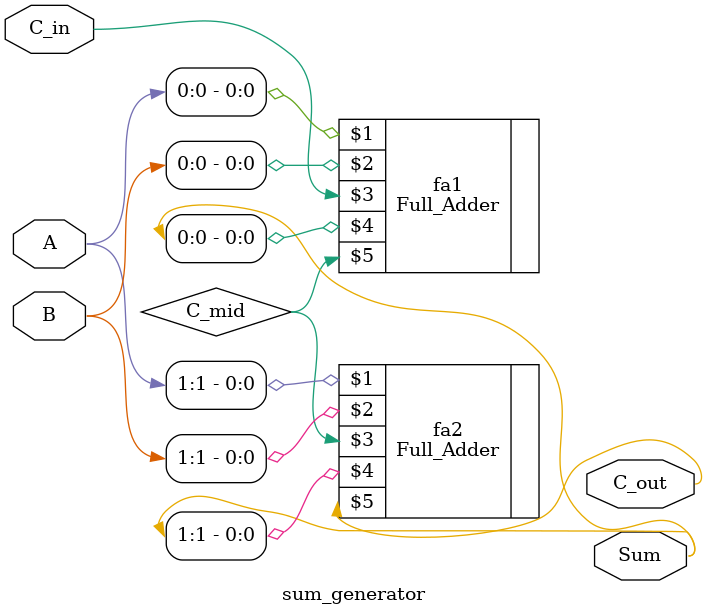
<source format=v>
`timescale 1ns / 1ps


module sum_generator(A, B, C_in, Sum, C_out);
input [1:0] A, B;
input C_in;
output [1:0] Sum;
output C_out;
wire C_mid; 

Full_Adder fa1(A[0], B[0], C_in, Sum[0], C_mid);
Full_Adder fa2(A[1], B[1], C_mid, Sum[1], C_out);
endmodule

</source>
